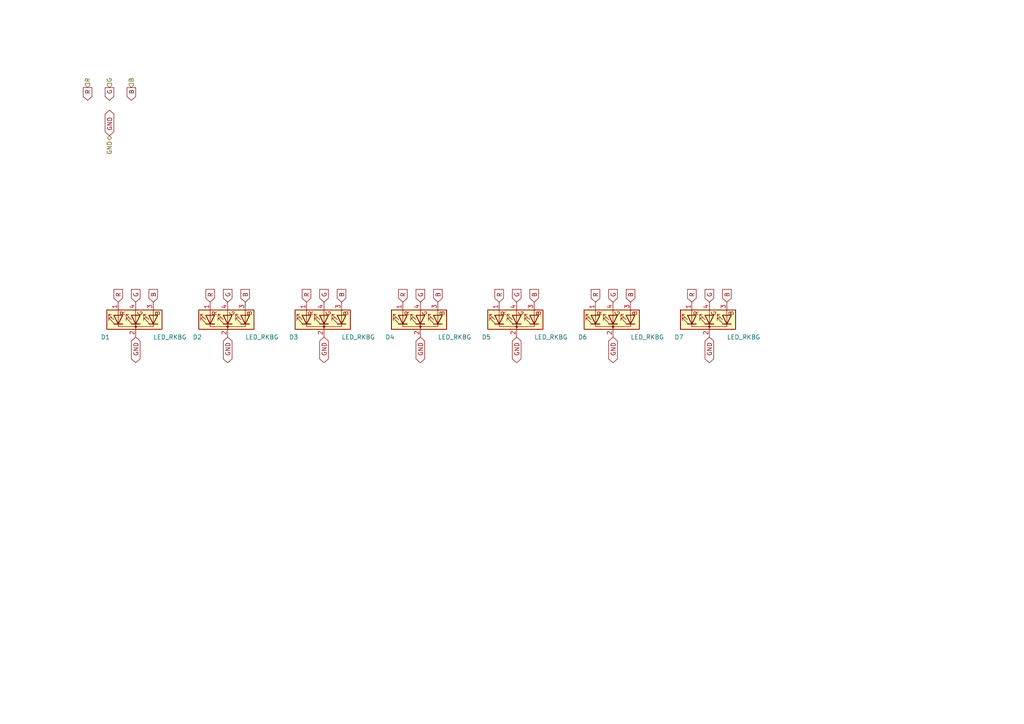
<source format=kicad_sch>
(kicad_sch (version 20211123) (generator eeschema)
  (paper "A4")
  (lib_symbols
    (symbol "Device:LED_RKBG" (pin_names (offset 0) hide)
      (property "Reference" "D" (at 0 9.398 0))
      (property "Value" "LED_RKBG" (at 0 -8.89 0))
      (symbol "LED_RKBG_0_0"
        (text "B" (at 1.905 -6.35 0) (effects (font (size 1.27 1.27))))
        (text "G" (at 1.905 -1.27 0) (effects (font (size 1.27 1.27))))
        (text "R" (at 1.905 3.81 0) (effects (font (size 1.27 1.27))))
      )
      (symbol "LED_RKBG_0_1"
        (circle (center -2.032 0) (radius 0.254) (fill (type outline)))
        (polyline (pts (xy -1.27 -5.08) (xy 1.27 -5.08)))
        (polyline (pts (xy -1.27 -3.81) (xy -1.27 -6.35)) (stroke (width 0.254)))
        (polyline (pts (xy -1.27 0) (xy -2.54 0)))
        (polyline (pts (xy -1.27 1.27) (xy -1.27 -1.27)) (stroke (width 0.254)))
        (polyline (pts (xy -1.27 5.08) (xy 1.27 5.08)))
        (polyline (pts (xy -1.27 6.35) (xy -1.27 3.81)) (stroke (width 0.254)))
        (polyline (pts (xy 1.27 -5.08) (xy 2.54 -5.08)))
        (polyline (pts (xy 1.27 0) (xy -1.27 0)))
        (polyline (pts (xy 1.27 0) (xy 2.54 0)))
        (polyline (pts (xy 1.27 5.08) (xy 2.54 5.08)))
        (polyline (pts (xy -1.27 1.27) (xy -1.27 -1.27) (xy -1.27 -1.27)))
        (polyline (pts (xy -1.27 6.35) (xy -1.27 3.81) (xy -1.27 3.81)))
        (polyline (pts (xy -1.27 5.08) (xy -2.032 5.08) (xy -2.032 -5.08) (xy -1.016 -5.08)))
        (polyline (pts (xy 1.27 -3.81) (xy 1.27 -6.35) (xy -1.27 -5.08) (xy 1.27 -3.81)) (stroke (width 0.254)))
        (polyline (pts (xy 1.27 1.27) (xy 1.27 -1.27) (xy -1.27 0) (xy 1.27 1.27)) (stroke (width 0.254)))
        (polyline (pts (xy 1.27 6.35) (xy 1.27 3.81) (xy -1.27 5.08) (xy 1.27 6.35)) (stroke (width 0.254)))
        (polyline (pts (xy -1.016 -3.81) (xy 0.508 -2.286) (xy -0.254 -2.286) (xy 0.508 -2.286) (xy 0.508 -3.048)))
        (polyline (pts (xy -1.016 1.27) (xy 0.508 2.794) (xy -0.254 2.794) (xy 0.508 2.794) (xy 0.508 2.032)))
        (polyline (pts (xy -1.016 6.35) (xy 0.508 7.874) (xy -0.254 7.874) (xy 0.508 7.874) (xy 0.508 7.112)))
        (polyline (pts (xy 0 -3.81) (xy 1.524 -2.286) (xy 0.762 -2.286) (xy 1.524 -2.286) (xy 1.524 -3.048)))
        (polyline (pts (xy 0 1.27) (xy 1.524 2.794) (xy 0.762 2.794) (xy 1.524 2.794) (xy 1.524 2.032)))
        (polyline (pts (xy 0 6.35) (xy 1.524 7.874) (xy 0.762 7.874) (xy 1.524 7.874) (xy 1.524 7.112)))
        (rectangle (start 1.27 -1.27) (end 1.27 1.27))
        (rectangle (start 1.27 1.27) (end 1.27 1.27))
        (rectangle (start 1.27 3.81) (end 1.27 6.35))
        (rectangle (start 1.27 6.35) (end 1.27 6.35))
        (rectangle (start 2.794 8.382) (end -2.794 -7.62) (stroke (width 0.254)) (fill (type background)))
      )
      (symbol "LED_RKBG_1_1"
        (pin passive line (at 5.08 5.08 180) (length 2.54) (name "RA") (number "1"))
        (pin passive line (at -5.08 0 0) (length 2.54) (name "K") (number "2"))
        (pin passive line (at 5.08 -5.08 180) (length 2.54) (name "BA") (number "3"))
        (pin passive line (at 5.08 0 180) (length 2.54) (name "GA") (number "4"))
      )
    )
  )
  (global_label "R" (shape input) (at 34.29 87.63 90) (property "Intersheet References" "${INTERSHEET_REFS}" (effects hide)))
  (global_label "B" (shape input) (at 44.45 87.63 90) (property "Intersheet References" "${INTERSHEET_REFS}" (effects hide)))
  (global_label "B" (shape input) (at 210.82 87.63 90) (property "Intersheet References" "${INTERSHEET_REFS}" (effects hide)))
  (global_label "B" (shape input) (at 182.88 87.63 90) (property "Intersheet References" "${INTERSHEET_REFS}" (effects hide)))
  (global_label "B" (shape input) (at 127 87.63 90) (property "Intersheet References" "${INTERSHEET_REFS}" (effects hide)))
  (global_label "B" (shape output) (at 38.1 25.4 270) (property "Intersheet References" "${INTERSHEET_REFS}" (effects hide)))
  (global_label "R" (shape input) (at 144.78 87.63 90) (property "Intersheet References" "${INTERSHEET_REFS}" (effects hide)))
  (global_label "R" (shape output) (at 25.4 25.4 270) (property "Intersheet References" "${INTERSHEET_REFS}" (effects hide)))
  (global_label "GND" (shape bidirectional) (at 93.98 97.79 270) (property "Intersheet References" "${INTERSHEET_REFS}" (effects hide)))
  (global_label "G" (shape input) (at 205.74 87.63 90) (property "Intersheet References" "${INTERSHEET_REFS}" (effects hide)))
  (global_label "R" (shape input) (at 200.66 87.63 90) (property "Intersheet References" "${INTERSHEET_REFS}" (effects hide)))
  (global_label "GND" (shape bidirectional) (at 31.75 39.37 90) (property "Intersheet References" "${INTERSHEET_REFS}" (effects hide)))
  (global_label "G" (shape output) (at 31.75 25.4 270) (property "Intersheet References" "${INTERSHEET_REFS}" (effects hide)))
  (global_label "B" (shape input) (at 71.12 87.63 90) (property "Intersheet References" "${INTERSHEET_REFS}" (effects hide)))
  (global_label "GND" (shape bidirectional) (at 39.37 97.79 270) (property "Intersheet References" "${INTERSHEET_REFS}" (effects hide)))
  (global_label "G" (shape input) (at 39.37 87.63 90) (property "Intersheet References" "${INTERSHEET_REFS}" (effects hide)))
  (global_label "B" (shape input) (at 154.94 87.63 90) (property "Intersheet References" "${INTERSHEET_REFS}" (effects hide)))
  (global_label "R" (shape input) (at 172.72 87.63 90) (property "Intersheet References" "${INTERSHEET_REFS}" (effects hide)))
  (global_label "G" (shape input) (at 93.98 87.63 90) (property "Intersheet References" "${INTERSHEET_REFS}" (effects hide)))
  (global_label "G" (shape input) (at 177.8 87.63 90) (property "Intersheet References" "${INTERSHEET_REFS}" (effects hide)))
  (global_label "G" (shape input) (at 121.92 87.63 90) (property "Intersheet References" "${INTERSHEET_REFS}" (effects hide)))
  (global_label "GND" (shape bidirectional) (at 66.04 97.79 270) (property "Intersheet References" "${INTERSHEET_REFS}" (effects hide)))
  (global_label "R" (shape input) (at 60.96 87.63 90) (property "Intersheet References" "${INTERSHEET_REFS}" (effects hide)))
  (global_label "G" (shape input) (at 149.86 87.63 90) (property "Intersheet References" "${INTERSHEET_REFS}" (effects hide)))
  (global_label "GND" (shape bidirectional) (at 121.92 97.79 270) (property "Intersheet References" "${INTERSHEET_REFS}" (effects hide)))
  (global_label "GND" (shape bidirectional) (at 177.8 97.79 270) (property "Intersheet References" "${INTERSHEET_REFS}" (effects hide)))
  (global_label "G" (shape input) (at 66.04 87.63 90) (property "Intersheet References" "${INTERSHEET_REFS}" (effects hide)))
  (global_label "B" (shape input) (at 99.06 87.63 90) (property "Intersheet References" "${INTERSHEET_REFS}" (effects hide)))
  (global_label "GND" (shape bidirectional) (at 149.86 97.79 270) (property "Intersheet References" "${INTERSHEET_REFS}" (effects hide)))
  (global_label "GND" (shape bidirectional) (at 205.74 97.79 270) (property "Intersheet References" "${INTERSHEET_REFS}" (effects hide)))
  (global_label "R" (shape input) (at 88.9 87.63 90) (property "Intersheet References" "${INTERSHEET_REFS}" (effects hide)))
  (global_label "R" (shape input) (at 116.84 87.63 90) (property "Intersheet References" "${INTERSHEET_REFS}" (effects hide)))
  (hierarchical_label "GND" (shape bidirectional) (at 31.75 39.37 270))
  (hierarchical_label "G" (shape input) (at 31.75 25.4 90))
  (hierarchical_label "B" (shape input) (at 38.1 25.4 90))
  (hierarchical_label "R" (shape input) (at 25.4 25.4 90))
  (symbol (lib_id "Device:LED_RKBG") (at 149.86 92.71 90) (unit 1)
    (property "Reference" "D5" (at 139.7 97.79 90) (effects (justify right)))
    (property "Value" "LED_RKBG" (at 154.94 97.79 90) (effects (justify right)))
  )
  (symbol (lib_id "Device:LED_RKBG") (at 205.74 92.71 90) (unit 1)
    (property "Reference" "D7" (at 195.58 97.79 90) (effects (justify right)))
    (property "Value" "LED_RKBG" (at 210.82 97.79 90) (effects (justify right)))
  )
  (symbol (lib_id "Device:LED_RKBG") (at 121.92 92.71 90) (unit 1)
    (property "Reference" "D4" (at 111.76 97.79 90) (effects (justify right)))
    (property "Value" "LED_RKBG" (at 127 97.79 90) (effects (justify right)))
  )
  (symbol (lib_id "Device:LED_RKBG") (at 177.8 92.71 90) (unit 1)
    (property "Reference" "D6" (at 167.64 97.79 90) (effects (justify right)))
    (property "Value" "LED_RKBG" (at 182.88 97.79 90) (effects (justify right)))
  )
  (symbol (lib_id "Device:LED_RKBG") (at 93.98 92.71 90) (unit 1)
    (property "Reference" "D3" (at 83.82 97.79 90) (effects (justify right)))
    (property "Value" "LED_RKBG" (at 99.06 97.79 90) (effects (justify right)))
  )
  (symbol (lib_id "Device:LED_RKBG") (at 39.37 92.71 90) (unit 1)
    (property "Reference" "D1" (at 29.21 97.79 90) (effects (justify right)))
    (property "Value" "LED_RKBG" (at 44.45 97.79 90) (effects (justify right)))
  )
  (symbol (lib_id "Device:LED_RKBG") (at 66.04 92.71 90) (unit 1)
    (property "Reference" "D2" (at 55.88 97.79 90) (effects (justify right)))
    (property "Value" "LED_RKBG" (at 71.12 97.79 90) (effects (justify right)))
  )
)
</source>
